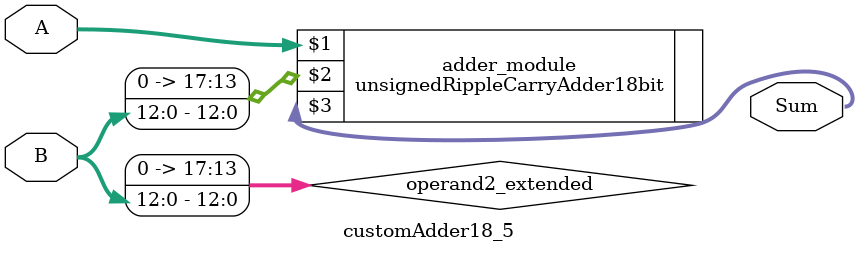
<source format=v>

module customAdder18_5(
                    input [17 : 0] A,
                    input [12 : 0] B,
                    
                    output [18 : 0] Sum
            );

    wire [17 : 0] operand2_extended;
    
    assign operand2_extended =  {5'b0, B};
    
    unsignedRippleCarryAdder18bit adder_module(
        A,
        operand2_extended,
        Sum
    );
    
endmodule
        
</source>
